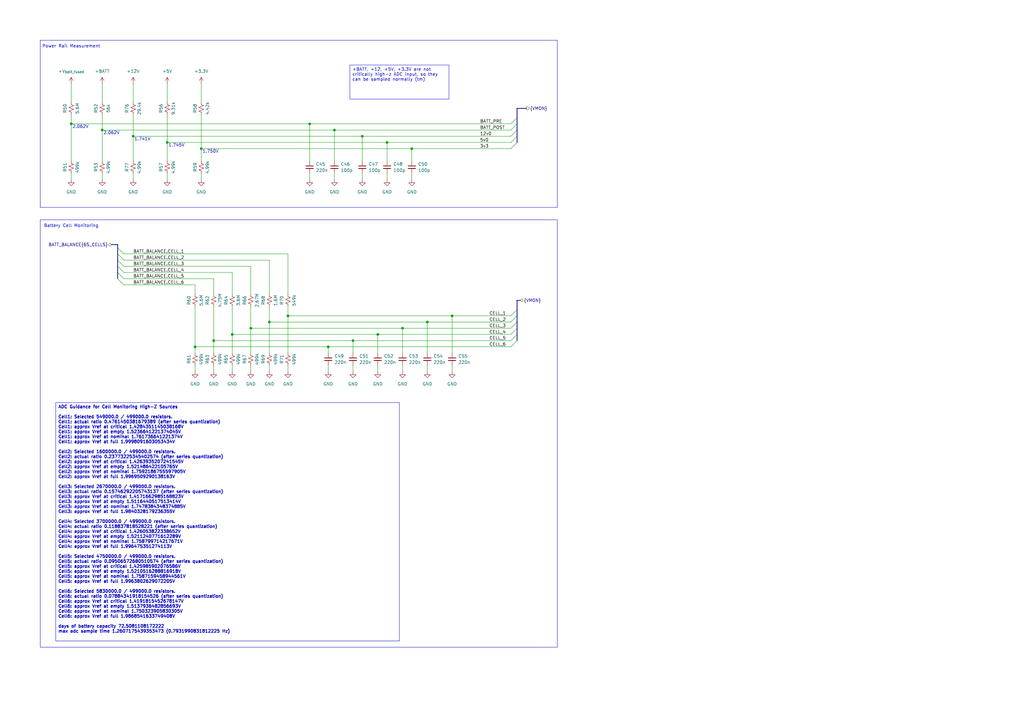
<source format=kicad_sch>
(kicad_sch (version 20231120) (generator "eeschema") (generator_version "8.0")
  (paper "A3")
  (title_block (title "Power Board") (date "2025-01-20") (rev "1.1") (company "SSL A-Team") (comment 1 "Will Stuckey"))
  (lib_symbols
    (symbol "AT-Supplies:+V_{BATT(FUSED)}" (power) (pin_names (offset 0)) (in_bom no) (on_board no)
      (property "Value" "+V_{BATT(FUSED)}" (at 0 5.08 0))
      (symbol "+V_{BATT(FUSED)}_0_1"
        (polyline (pts (xy -0.76 1.27) (xy 0.002 2.54)))
        (polyline (pts (xy 0.002 0) (xy 0.002 2.54)))
        (polyline (pts (xy 0.002 2.54) (xy 0.764 1.27)))
      )
      (symbol "+V_{BATT(FUSED)}_1_1"
        (pin power_in line (at 0 0 90) (length 0) hide (name "+V_{BATT(FUSED)}") (number "1"))
      )
    )
    (symbol "Device:C_Small" (pin_numbers hide) (pin_names (offset 0.254) hide)
      (property "Reference" "C" (at 0.254 1.778 0))
      (property "Value" "C_Small" (at 0.254 -2.032 0))
      (symbol "C_Small_0_1"
        (polyline (pts (xy -1.524 -0.508) (xy 1.524 -0.508)) (stroke (width 0.3302)))
        (polyline (pts (xy -1.524 0.508) (xy 1.524 0.508)) (stroke (width 0.3048)))
      )
      (symbol "C_Small_1_1"
        (pin passive line (at 0 2.54 270) (length 2.032) (name "~") (number "1"))
        (pin passive line (at 0 -2.54 90) (length 2.032) (name "~") (number "2"))
      )
    )
    (symbol "Device:R_Small_US" (pin_numbers hide) (pin_names (offset 0.254) hide)
      (property "Reference" "R" (at 0.762 0.508 0))
      (property "Value" "R_Small_US" (at 0.762 -1.016 0))
      (symbol "R_Small_US_1_1"
        (polyline (pts (xy 0 0) (xy 1.016 -0.381) (xy 0 -0.762) (xy -1.016 -1.143) (xy 0 -1.524)))
        (polyline (pts (xy 0 1.524) (xy 1.016 1.143) (xy 0 0.762) (xy -1.016 0.381) (xy 0 0)))
        (pin passive line (at 0 2.54 270) (length 1.016) (name "~") (number "1"))
        (pin passive line (at 0 -2.54 90) (length 1.016) (name "~") (number "2"))
      )
    )
    (symbol "power:+12V" (power) (pin_numbers hide) (pin_names (offset 0) hide)
      (property "Value" "+12V" (at 0 3.556 0))
      (symbol "+12V_0_1"
        (polyline (pts (xy -0.762 1.27) (xy 0 2.54)))
        (polyline (pts (xy 0 0) (xy 0 2.54)))
        (polyline (pts (xy 0 2.54) (xy 0.762 1.27)))
      )
      (symbol "+12V_1_1"
        (pin power_in line (at 0 0 90) (length 0) (name "~") (number "1"))
      )
    )
    (symbol "power:+3.3V" (power) (pin_numbers hide) (pin_names (offset 0) hide)
      (property "Value" "+3.3V" (at 0 3.556 0))
      (symbol "+3.3V_0_1"
        (polyline (pts (xy -0.762 1.27) (xy 0 2.54)))
        (polyline (pts (xy 0 0) (xy 0 2.54)))
        (polyline (pts (xy 0 2.54) (xy 0.762 1.27)))
      )
      (symbol "+3.3V_1_1"
        (pin power_in line (at 0 0 90) (length 0) (name "~") (number "1"))
      )
    )
    (symbol "power:+5V" (power) (pin_numbers hide) (pin_names (offset 0) hide)
      (property "Value" "+5V" (at 0 3.556 0))
      (symbol "+5V_0_1"
        (polyline (pts (xy -0.762 1.27) (xy 0 2.54)))
        (polyline (pts (xy 0 0) (xy 0 2.54)))
        (polyline (pts (xy 0 2.54) (xy 0.762 1.27)))
      )
      (symbol "+5V_1_1"
        (pin power_in line (at 0 0 90) (length 0) (name "~") (number "1"))
      )
    )
    (symbol "power:+BATT" (power) (pin_numbers hide) (pin_names (offset 0) hide)
      (property "Value" "+BATT" (at 0 3.556 0))
      (symbol "+BATT_0_1"
        (polyline (pts (xy -0.762 1.27) (xy 0 2.54)))
        (polyline (pts (xy 0 0) (xy 0 2.54)))
        (polyline (pts (xy 0 2.54) (xy 0.762 1.27)))
      )
      (symbol "+BATT_1_1"
        (pin power_in line (at 0 0 90) (length 0) (name "~") (number "1"))
      )
    )
    (symbol "power:GND" (power) (pin_names (offset 0))
      (property "Value" "GND" (at 0 -3.81 0))
      (symbol "GND_0_1"
        (polyline (pts (xy 0 0) (xy 0 -1.27) (xy 1.27 -1.27) (xy 0 -2.54) (xy -1.27 -1.27) (xy 0 -1.27)))
      )
      (symbol "GND_1_1"
        (pin power_in line (at 0 0 270) (length 0) hide (name "GND") (number "1"))
      )
    )
  )
  (junction (at 168.91 60.96))
  (junction (at 175.26 132.08))
  (junction (at 102.87 134.62))
  (junction (at 158.75 58.42))
  (junction (at 148.59 55.88))
  (junction (at 154.94 137.16))
  (junction (at 82.55 60.96))
  (junction (at 54.61 55.88))
  (junction (at 165.1 134.62))
  (junction (at 87.63 139.7))
  (junction (at 137.16 53.34))
  (junction (at 127 50.8))
  (junction (at 41.91 53.34))
  (junction (at 118.11 129.54))
  (junction (at 144.78 139.7))
  (junction (at 68.58 58.42))
  (junction (at 29.21 50.8))
  (junction (at 95.25 137.16))
  (junction (at 185.42 129.54))
  (junction (at 80.01 142.24))
  (junction (at 134.62 142.24))
  (junction (at 110.49 132.08))
  (bus_entry (at 48.26 114.3) (size 2.54 2.54))
  (bus_entry (at 48.26 104.14) (size 2.54 2.54))
  (bus_entry (at 48.26 101.6) (size 2.54 2.54))
  (bus_entry (at 212.09 53.34) (size -2.54 2.54))
  (bus_entry (at 212.09 137.16) (size -2.54 2.54))
  (bus_entry (at 212.09 134.62) (size -2.54 2.54))
  (bus_entry (at 212.09 129.54) (size -2.54 2.54))
  (bus_entry (at 48.26 111.76) (size 2.54 2.54))
  (bus_entry (at 48.26 106.68) (size 2.54 2.54))
  (bus_entry (at 212.09 50.8) (size -2.54 2.54))
  (bus_entry (at 212.09 127) (size -2.54 2.54))
  (bus_entry (at 212.09 55.88) (size -2.54 2.54))
  (bus_entry (at 212.09 132.08) (size -2.54 2.54))
  (bus_entry (at 48.26 109.22) (size 2.54 2.54))
  (bus_entry (at 212.09 139.7) (size -2.54 2.54))
  (bus_entry (at 212.09 48.26) (size -2.54 2.54))
  (bus_entry (at 212.09 58.42) (size -2.54 2.54))
  (wire (pts (xy 134.62 149.86) (xy 134.62 152.4)))
  (wire (pts (xy 102.87 134.62) (xy 165.1 134.62)))
  (bus (pts (xy 212.09 129.54) (xy 212.09 132.08)))
  (wire (pts (xy 154.94 137.16) (xy 154.94 144.78)))
  (wire (pts (xy 168.91 60.96) (xy 168.91 66.04)))
  (bus (pts (xy 212.09 137.16) (xy 212.09 139.7)))
  (wire (pts (xy 165.1 134.62) (xy 165.1 144.78)))
  (wire (pts (xy 137.16 53.34) (xy 137.16 66.04)))
  (bus (pts (xy 212.09 134.62) (xy 212.09 137.16)))
  (wire (pts (xy 80.01 142.24) (xy 80.01 144.78)))
  (wire (pts (xy 29.21 50.8) (xy 29.21 66.04)))
  (wire (pts (xy 127 50.8) (xy 127 66.04)))
  (bus (pts (xy 212.09 44.45) (xy 212.09 48.26)))
  (wire (pts (xy 87.63 139.7) (xy 87.63 144.78)))
  (wire (pts (xy 87.63 114.3) (xy 87.63 120.65)))
  (wire (pts (xy 41.91 53.34) (xy 137.16 53.34)))
  (wire (pts (xy 185.42 129.54) (xy 185.42 144.78)))
  (wire (pts (xy 80.01 149.86) (xy 80.01 152.4)))
  (wire (pts (xy 29.21 71.12) (xy 29.21 73.66)))
  (wire (pts (xy 80.01 142.24) (xy 134.62 142.24)))
  (wire (pts (xy 54.61 46.99) (xy 54.61 55.88)))
  (wire (pts (xy 80.01 125.73) (xy 80.01 142.24)))
  (wire (pts (xy 185.42 149.86) (xy 185.42 152.4)))
  (wire (pts (xy 102.87 134.62) (xy 102.87 144.78)))
  (wire (pts (xy 154.94 149.86) (xy 154.94 152.4)))
  (bus (pts (xy 48.26 111.76) (xy 48.26 114.3)))
  (wire (pts (xy 41.91 71.12) (xy 41.91 73.66)))
  (bus (pts (xy 48.26 101.6) (xy 48.26 104.14)))
  (wire (pts (xy 41.91 46.99) (xy 41.91 53.34)))
  (bus (pts (xy 212.09 50.8) (xy 212.09 53.34)))
  (bus (pts (xy 212.09 53.34) (xy 212.09 55.88)))
  (bus (pts (xy 45.72 100.33) (xy 48.26 100.33)))
  (wire (pts (xy 168.91 60.96) (xy 209.55 60.96)))
  (wire (pts (xy 102.87 125.73) (xy 102.87 134.62)))
  (wire (pts (xy 95.25 149.86) (xy 95.25 152.4)))
  (wire (pts (xy 137.16 71.12) (xy 137.16 73.66)))
  (wire (pts (xy 95.25 125.73) (xy 95.25 137.16)))
  (wire (pts (xy 54.61 55.88) (xy 54.61 66.04)))
  (wire (pts (xy 165.1 149.86) (xy 165.1 152.4)))
  (wire (pts (xy 144.78 139.7) (xy 209.55 139.7)))
  (wire (pts (xy 148.59 71.12) (xy 148.59 73.66)))
  (wire (pts (xy 50.8 116.84) (xy 80.01 116.84)))
  (wire (pts (xy 68.58 71.12) (xy 68.58 73.66)))
  (bus (pts (xy 48.26 104.14) (xy 48.26 106.68)))
  (wire (pts (xy 185.42 129.54) (xy 209.55 129.54)))
  (wire (pts (xy 127 71.12) (xy 127 73.66)))
  (wire (pts (xy 82.55 71.12) (xy 82.55 73.66)))
  (wire (pts (xy 29.21 50.8) (xy 127 50.8)))
  (wire (pts (xy 102.87 149.86) (xy 102.87 152.4)))
  (bus (pts (xy 212.09 48.26) (xy 212.09 50.8)))
  (wire (pts (xy 82.55 60.96) (xy 82.55 66.04)))
  (wire (pts (xy 95.25 137.16) (xy 95.25 144.78)))
  (wire (pts (xy 148.59 55.88) (xy 148.59 66.04)))
  (wire (pts (xy 54.61 55.88) (xy 148.59 55.88)))
  (wire (pts (xy 102.87 109.22) (xy 102.87 120.65)))
  (wire (pts (xy 82.55 34.29) (xy 82.55 41.91)))
  (wire (pts (xy 144.78 139.7) (xy 144.78 144.78)))
  (wire (pts (xy 144.78 149.86) (xy 144.78 152.4)))
  (wire (pts (xy 50.8 111.76) (xy 95.25 111.76)))
  (wire (pts (xy 148.59 55.88) (xy 209.55 55.88)))
  (wire (pts (xy 118.11 104.14) (xy 118.11 120.65)))
  (wire (pts (xy 154.94 137.16) (xy 209.55 137.16)))
  (wire (pts (xy 82.55 46.99) (xy 82.55 60.96)))
  (bus (pts (xy 48.26 106.68) (xy 48.26 109.22)))
  (bus (pts (xy 212.09 55.88) (xy 212.09 58.42)))
  (wire (pts (xy 95.25 137.16) (xy 154.94 137.16)))
  (wire (pts (xy 110.49 106.68) (xy 110.49 120.65)))
  (wire (pts (xy 175.26 132.08) (xy 209.55 132.08)))
  (wire (pts (xy 50.8 114.3) (xy 87.63 114.3)))
  (wire (pts (xy 54.61 34.29) (xy 54.61 41.91)))
  (wire (pts (xy 80.01 116.84) (xy 80.01 120.65)))
  (bus (pts (xy 212.09 123.19) (xy 212.09 127)))
  (wire (pts (xy 127 50.8) (xy 209.55 50.8)))
  (wire (pts (xy 175.26 132.08) (xy 175.26 144.78)))
  (wire (pts (xy 118.11 129.54) (xy 118.11 144.78)))
  (wire (pts (xy 118.11 129.54) (xy 185.42 129.54)))
  (wire (pts (xy 110.49 125.73) (xy 110.49 132.08)))
  (bus (pts (xy 213.36 123.19) (xy 212.09 123.19)))
  (bus (pts (xy 48.26 109.22) (xy 48.26 111.76)))
  (bus (pts (xy 48.26 100.33) (xy 48.26 101.6)))
  (wire (pts (xy 118.11 149.86) (xy 118.11 152.4)))
  (wire (pts (xy 158.75 71.12) (xy 158.75 73.66)))
  (wire (pts (xy 41.91 53.34) (xy 41.91 66.04)))
  (wire (pts (xy 110.49 132.08) (xy 110.49 144.78)))
  (wire (pts (xy 29.21 34.29) (xy 29.21 41.91)))
  (wire (pts (xy 50.8 109.22) (xy 102.87 109.22)))
  (wire (pts (xy 158.75 58.42) (xy 209.55 58.42)))
  (wire (pts (xy 95.25 111.76) (xy 95.25 120.65)))
  (bus (pts (xy 212.09 127) (xy 212.09 129.54)))
  (wire (pts (xy 87.63 125.73) (xy 87.63 139.7)))
  (wire (pts (xy 68.58 58.42) (xy 158.75 58.42)))
  (wire (pts (xy 87.63 139.7) (xy 144.78 139.7)))
  (wire (pts (xy 165.1 134.62) (xy 209.55 134.62)))
  (wire (pts (xy 110.49 149.86) (xy 110.49 152.4)))
  (bus (pts (xy 212.09 132.08) (xy 212.09 134.62)))
  (wire (pts (xy 54.61 71.12) (xy 54.61 73.66)))
  (wire (pts (xy 68.58 58.42) (xy 68.58 66.04)))
  (wire (pts (xy 68.58 46.99) (xy 68.58 58.42)))
  (wire (pts (xy 50.8 106.68) (xy 110.49 106.68)))
  (wire (pts (xy 50.8 104.14) (xy 118.11 104.14)))
  (wire (pts (xy 118.11 125.73) (xy 118.11 129.54)))
  (wire (pts (xy 41.91 34.29) (xy 41.91 41.91)))
  (wire (pts (xy 158.75 58.42) (xy 158.75 66.04)))
  (wire (pts (xy 168.91 71.12) (xy 168.91 73.66)))
  (wire (pts (xy 68.58 34.29) (xy 68.58 41.91)))
  (wire (pts (xy 29.21 46.99) (xy 29.21 50.8)))
  (wire (pts (xy 137.16 53.34) (xy 209.55 53.34)))
  (wire (pts (xy 110.49 132.08) (xy 175.26 132.08)))
  (bus (pts (xy 215.9 44.45) (xy 212.09 44.45)))
  (wire (pts (xy 134.62 142.24) (xy 209.55 142.24)))
  (wire (pts (xy 175.26 149.86) (xy 175.26 152.4)))
  (wire (pts (xy 87.63 149.86) (xy 87.63 152.4)))
  (wire (pts (xy 134.62 142.24) (xy 134.62 144.78)))
  (wire (pts (xy 82.55 60.96) (xy 168.91 60.96)))
  (rectangle (start 16.51 16.51) (end 228.6 85.09))
  (rectangle (start 16.51 90.17) (end 228.6 265.43))
  (text_box "+BATT, +12, +5V, +3.3V are not critically high-z ADC input, so they can be sampled normally (tm)" (at 143.51 26.67 0) (size 40.64 13.97) (effects (font (size 1.27 1.27)) (justify left top)))
  (text_box "ADC Guidance for Cell Monitoring High-Z Sources\n\nCell1: Selected 549000.0 / 499000.0 resistors.\nCell1: actual ratio 0.4761450381679389 (after series quantization)\nCell1: approx Vref at critical 1.4284351145038168V\nCell1: approx Vref at empty 1.5236641221374045V\nCell1: approx Vref at nominal 1.761736641221374V\nCell1: approx Vref at full 1.9998091603053434V\n\nCell2: Selected 1600000.0 / 499000.0 resistors.\nCell2: actual ratio 0.23773225345402574 (after series quantization)\nCell2: approx Vref at critical 1.4263935207241545V\nCell2: approx Vref at empty 1.521486422105765V\nCell2: approx Vref at nominal 1.7592186755597905V\nCell2: approx Vref at full 1.9969509290138163V\n\nCell3: Selected 2670000.0 / 499000.0 resistors.\nCell3: actual ratio 0.15746292205743137 (after series quantization)\nCell3: approx Vref at critical 1.4171662985168823V\nCell3: approx Vref at empty 1.5116440517513414V\nCell3: approx Vref at nominal 1.7478384348374885V\nCell3: approx Vref at full 1.9840328179236355V\n\nCell4: Selected 3700000.0 / 499000.0 resistors.\nCell4: actual ratio 0.118837818528221 (after series quantization)\nCell4: approx Vref at critical 1.426053822338652V\nCell4: approx Vref at empty 1.5211240771612289V\nCell4: approx Vref at nominal 1.758799714217671V\nCell4: approx Vref at full 1.996475351274113V\n\nCell5: Selected 4750000.0 / 499000.0 resistors.\nCell5: actual ratio 0.09506572680510574 (after series quantization)\nCell5: approx Vref at critical 1.425985902076586V\nCell5: approx Vref at empty 1.5210516288816918V\nCell5: approx Vref at nominal 1.7587159458944561V\nCell5: approx Vref at full 1.9963802629072205V\n\nCell6: Selected 5830000.0 / 499000.0 resistors.\nCell6: actual ratio 0.07884341918154526 (after series quantization)\nCell6: approx Vref at critical 1.4191815452678147V\nCell6: approx Vref at empty 1.5137936482856693V\nCell6: approx Vref at nominal 1.750323905830305V\nCell6: approx Vref at full 1.9868541633749408V\n\ndays of battery capacity 72.5081108172222\nmax adc sample time 1.2607175439353473 (0.7931990831812225 Hz)" (at 22.86 165.1 0) (size 140.97 97.79) (effects (font (size 1.27 1.27) (thickness 0.254) (bold yes)) (justify left top)))
  (text "1.745V" (at 72.39 59.69 0) (effects (font (size 1.27 1.27))))
  (text "2.062V" (at 45.72 54.61 0) (effects (font (size 1.27 1.27))))
  (text "Power Rail Measurement" (at 29.21 19.05 0) (effects (font (size 1.27 1.27))))
  (text "2.062V" (at 33.02 52.07 0) (effects (font (size 1.27 1.27))))
  (text "Battery Cell Monitoring" (at 29.21 92.71 0) (effects (font (size 1.27 1.27))))
  (text "1.741V" (at 58.42 57.15 0) (effects (font (size 1.27 1.27))))
  (text "1.750V" (at 86.36 62.23 0) (effects (font (size 1.27 1.27))))
  (label "CELL_6" (at 200.66 142.24 0))
  (label "BATT_BALANCE.CELL_6" (at 54.61 116.84 0))
  (label "BATT_POST" (at 196.85 53.34 0))
  (label "BATT_BALANCE.CELL_2" (at 54.61 106.68 0))
  (label "BATT_BALANCE.CELL_1" (at 54.61 104.14 0))
  (label "BATT_BALANCE.CELL_4" (at 54.61 111.76 0))
  (label "BATT_BALANCE.CELL_5" (at 54.61 114.3 0))
  (label "3v3" (at 196.85 60.96 0))
  (label "CELL_5" (at 200.66 139.7 0))
  (label "12v0" (at 196.85 55.88 0))
  (label "CELL_4" (at 200.66 137.16 0))
  (label "CELL_1" (at 200.66 129.54 0))
  (label "5v0" (at 196.85 58.42 0))
  (label "BATT_BALANCE.CELL_3" (at 54.61 109.22 0))
  (label "CELL_3" (at 200.66 134.62 0))
  (label "BATT_PRE" (at 196.85 50.8 0))
  (label "CELL_2" (at 200.66 132.08 0))
  (hierarchical_label "{VMON}" (shape bidirectional) (at 213.36 123.19 0))
  (hierarchical_label "BATT_BALANCE{6S_CELLS}" (shape bidirectional) (at 45.72 100.33 180))
  (hierarchical_label "{VMON}" (shape output) (at 215.9 44.45 0))
  (symbol (lib_id "power:GND") (at 154.94 152.4 0) (unit 1)
    (property "Reference" "#PWR0134" (effects (hide yes)))
    (property "Value" "GND" (at 154.94 157.48 0))
  )
  (symbol (lib_id "Device:R_Small_US") (at 29.21 44.45 0) (unit 1)
    (property "Reference" "R50" (at 26.67 44.45 90))
    (property "Value" "5.6M" (at 31.75 44.45 90))
    (property "Footprint" "Resistor_SMD:R_0402_1005Metric" (effects (hide yes)))
    (property "LCSC" "C966764" (effects (hide yes)))
  )
  (symbol (lib_id "Device:C_Small") (at 134.62 147.32 0) (unit 1)
    (property "Reference" "C49" (at 137.16 146.0562 0) (effects (justify left)))
    (property "Value" "220n" (at 137.16 148.5962 0) (effects (justify left)))
    (property "Footprint" "Capacitor_SMD:C_0402_1005Metric" (effects (hide yes)))
    (property "LCSC" "C16772" (effects (hide yes)))
  )
  (symbol (lib_id "AT-Supplies:+V_{BATT(FUSED)}") (at 29.21 34.29 0) (unit 1) (in_bom no) (on_board no)
    (property "Reference" "#PWR0111" (effects (hide yes)))
    (property "Value" "+V_{batt_fused}" (at 29.212 29.21 0))
  )
  (symbol (lib_id "power:GND") (at 134.62 152.4 0) (unit 1)
    (property "Reference" "#PWR0131" (effects (hide yes)))
    (property "Value" "GND" (at 134.62 157.48 0))
  )
  (symbol (lib_id "power:GND") (at 137.16 73.66 0) (unit 1)
    (property "Reference" "#PWR0126" (effects (hide yes)))
    (property "Value" "GND" (at 137.16 78.74 0))
  )
  (symbol (lib_id "Device:C_Small") (at 165.1 147.32 0) (unit 1)
    (property "Reference" "C53" (at 167.64 146.0562 0) (effects (justify left)))
    (property "Value" "220n" (at 167.64 148.5962 0) (effects (justify left)))
    (property "Footprint" "Capacitor_SMD:C_0402_1005Metric" (effects (hide yes)))
    (property "LCSC" "C16772" (effects (hide yes)))
  )
  (symbol (lib_id "Device:R_Small_US") (at 80.01 123.19 0) (unit 1)
    (property "Reference" "R60" (at 77.47 123.19 90))
    (property "Value" "5.6M" (at 82.55 123.19 90))
    (property "Footprint" "Resistor_SMD:R_0402_1005Metric" (effects (hide yes)))
    (property "LCSC" "C966764" (effects (hide yes)))
  )
  (symbol (lib_id "power:GND") (at 95.25 152.4 0) (unit 1)
    (property "Reference" "#PWR0123" (effects (hide yes)))
    (property "Value" "GND" (at 95.25 157.48 0))
  )
  (symbol (lib_id "power:GND") (at 102.87 152.4 0) (unit 1)
    (property "Reference" "#PWR0125" (effects (hide yes)))
    (property "Value" "GND" (at 102.87 157.48 0))
  )
  (symbol (lib_id "power:GND") (at 68.58 73.66 0) (unit 1)
    (property "Reference" "#PWR0118" (effects (hide yes)))
    (property "Value" "GND" (at 68.58 78.74 0))
  )
  (symbol (lib_id "Device:C_Small") (at 148.59 68.58 0) (unit 1)
    (property "Reference" "C47" (at 151.13 67.3162 0) (effects (justify left)))
    (property "Value" "100p" (at 151.13 69.8562 0) (effects (justify left)))
    (property "Footprint" "Capacitor_SMD:C_0402_1005Metric" (effects (hide yes)))
    (property "LCSC" "C26409" (effects (hide yes)))
  )
  (symbol (lib_id "power:GND") (at 80.01 152.4 0) (unit 1)
    (property "Reference" "#PWR0121" (effects (hide yes)))
    (property "Value" "GND" (at 80.01 157.48 0))
  )
  (symbol (lib_id "power:GND") (at 158.75 73.66 0) (unit 1)
    (property "Reference" "#PWR0130" (effects (hide yes)))
    (property "Value" "GND" (at 158.75 78.74 0))
  )
  (symbol (lib_id "Device:R_Small_US") (at 87.63 147.32 0) (unit 1)
    (property "Reference" "R63" (at 85.09 147.32 90))
    (property "Value" "499k" (at 90.17 147.32 90))
    (property "Footprint" "Resistor_SMD:R_0402_1005Metric" (effects (hide yes)))
    (property "LCSC" "C25793" (effects (hide yes)))
  )
  (symbol (lib_id "Device:R_Small_US") (at 68.58 68.58 0) (unit 1)
    (property "Reference" "R57" (at 66.04 68.58 90))
    (property "Value" "4.99k" (at 71.12 68.58 90))
    (property "Footprint" "Resistor_SMD:R_0402_1005Metric" (effects (hide yes)))
    (property "LCSC" "C25903" (effects (hide yes)))
  )
  (symbol (lib_id "Device:R_Small_US") (at 102.87 123.19 0) (unit 1)
    (property "Reference" "R66" (at 100.33 123.19 90))
    (property "Value" "2.67M" (at 105.41 123.19 90))
    (property "Footprint" "Resistor_SMD:R_0402_1005Metric" (effects (hide yes)))
    (property "LCSC" "C477658" (effects (hide yes)))
  )
  (symbol (lib_id "Device:R_Small_US") (at 54.61 44.45 0) (unit 1)
    (property "Reference" "R76" (at 52.07 44.45 90))
    (property "Value" "29.4k" (at 57.15 44.45 90))
    (property "Footprint" "Resistor_SMD:R_0402_1005Metric" (effects (hide yes)))
    (property "LCSC" "C26973" (effects (hide yes)))
  )
  (symbol (lib_id "Device:R_Small_US") (at 54.61 68.58 0) (unit 1)
    (property "Reference" "R77" (at 52.07 68.58 90))
    (property "Value" "4.99k" (at 57.15 68.58 90))
    (property "Footprint" "Resistor_SMD:R_0402_1005Metric" (effects (hide yes)))
    (property "LCSC" "C25903" (effects (hide yes)))
  )
  (symbol (lib_id "power:GND") (at 110.49 152.4 0) (unit 1)
    (property "Reference" "#PWR0127" (effects (hide yes)))
    (property "Value" "GND" (at 110.49 157.48 0))
  )
  (symbol (lib_id "Device:R_Small_US") (at 29.21 68.58 0) (unit 1)
    (property "Reference" "R51" (at 26.67 68.58 90))
    (property "Value" "499k" (at 31.75 68.58 90))
    (property "Footprint" "Resistor_SMD:R_0402_1005Metric" (effects (hide yes)))
    (property "LCSC" "C25793" (effects (hide yes)))
  )
  (symbol (lib_id "power:GND") (at 175.26 152.4 0) (unit 1)
    (property "Reference" "#PWR0136" (effects (hide yes)))
    (property "Value" "GND" (at 175.26 157.48 0))
  )
  (symbol (lib_id "Device:R_Small_US") (at 68.58 44.45 0) (unit 1)
    (property "Reference" "R56" (at 66.04 44.45 90))
    (property "Value" "9.31k" (at 71.12 44.45 90))
    (property "Footprint" "Resistor_SMD:R_0402_1005Metric" (effects (hide yes)))
    (property "LCSC" "C270572" (effects (hide yes)))
  )
  (symbol (lib_id "power:GND") (at 168.91 73.66 0) (unit 1)
    (property "Reference" "#PWR0132" (effects (hide yes)))
    (property "Value" "GND" (at 168.91 78.74 0))
  )
  (symbol (lib_id "Device:R_Small_US") (at 118.11 147.32 0) (unit 1)
    (property "Reference" "R71" (at 115.57 147.32 90))
    (property "Value" "499k" (at 120.65 147.32 90))
    (property "Footprint" "Resistor_SMD:R_0402_1005Metric" (effects (hide yes)))
    (property "LCSC" "C25793" (effects (hide yes)))
  )
  (symbol (lib_id "power:GND") (at 87.63 152.4 0) (unit 1)
    (property "Reference" "#PWR0122" (effects (hide yes)))
    (property "Value" "GND" (at 87.63 157.48 0))
  )
  (symbol (lib_id "Device:C_Small") (at 154.94 147.32 0) (unit 1)
    (property "Reference" "C52" (at 157.48 146.0562 0) (effects (justify left)))
    (property "Value" "220n" (at 157.48 148.5962 0) (effects (justify left)))
    (property "Footprint" "Capacitor_SMD:C_0402_1005Metric" (effects (hide yes)))
    (property "LCSC" "C16772" (effects (hide yes)))
  )
  (symbol (lib_id "Device:C_Small") (at 185.42 147.32 0) (unit 1)
    (property "Reference" "C55" (at 187.96 146.0562 0) (effects (justify left)))
    (property "Value" "220n" (at 187.96 148.5962 0) (effects (justify left)))
    (property "Footprint" "Capacitor_SMD:C_0402_1005Metric" (effects (hide yes)))
    (property "LCSC" "C16772" (effects (hide yes)))
  )
  (symbol (lib_id "power:GND") (at 127 73.66 0) (unit 1)
    (property "Reference" "#PWR0124" (effects (hide yes)))
    (property "Value" "GND" (at 127 78.74 0))
  )
  (symbol (lib_id "Device:R_Small_US") (at 110.49 147.32 0) (unit 1)
    (property "Reference" "R69" (at 107.95 147.32 90))
    (property "Value" "499k" (at 113.03 147.32 90))
    (property "Footprint" "Resistor_SMD:R_0402_1005Metric" (effects (hide yes)))
    (property "LCSC" "C25793" (effects (hide yes)))
  )
  (symbol (lib_id "Device:R_Small_US") (at 82.55 68.58 0) (unit 1)
    (property "Reference" "R59" (at 80.01 68.58 90))
    (property "Value" "4.99k" (at 85.09 68.58 90))
    (property "Footprint" "Resistor_SMD:R_0402_1005Metric" (effects (hide yes)))
    (property "LCSC" "C25903" (effects (hide yes)))
  )
  (symbol (lib_id "Device:R_Small_US") (at 118.11 123.19 0) (unit 1)
    (property "Reference" "R70" (at 115.57 123.19 90))
    (property "Value" "549k" (at 120.65 123.19 90))
    (property "Footprint" "Resistor_SMD:R_0402_1005Metric" (effects (hide yes)))
    (property "LCSC" "C25795" (effects (hide yes)))
  )
  (symbol (lib_id "Device:R_Small_US") (at 102.87 147.32 0) (unit 1)
    (property "Reference" "R67" (at 100.33 147.32 90))
    (property "Value" "499k" (at 105.41 147.32 90))
    (property "Footprint" "Resistor_SMD:R_0402_1005Metric" (effects (hide yes)))
    (property "LCSC" "C25793" (effects (hide yes)))
  )
  (symbol (lib_id "power:+3.3V") (at 82.55 34.29 0) (unit 1)
    (property "Reference" "#PWR0119" (effects (hide yes)))
    (property "Value" "+3.3V" (at 82.55 29.21 0))
    (property "Description" "Power symbol creates a global label with name \"+3.3V\"" (effects (hide yes)))
  )
  (symbol (lib_id "power:GND") (at 82.55 73.66 0) (unit 1)
    (property "Reference" "#PWR0120" (effects (hide yes)))
    (property "Value" "GND" (at 82.55 78.74 0))
  )
  (symbol (lib_id "Device:R_Small_US") (at 41.91 68.58 0) (unit 1)
    (property "Reference" "R53" (at 39.37 68.58 90))
    (property "Value" "4.99k" (at 44.45 68.58 90))
    (property "Footprint" "Resistor_SMD:R_0402_1005Metric" (effects (hide yes)))
    (property "LCSC" "C25903" (effects (hide yes)))
  )
  (symbol (lib_id "Device:R_Small_US") (at 80.01 147.32 0) (unit 1)
    (property "Reference" "R61" (at 77.47 147.32 90))
    (property "Value" "499k" (at 82.55 147.32 90))
    (property "Footprint" "Resistor_SMD:R_0402_1005Metric" (effects (hide yes)))
    (property "LCSC" "C25793" (effects (hide yes)))
  )
  (symbol (lib_id "Device:R_Small_US") (at 95.25 147.32 0) (unit 1)
    (property "Reference" "R65" (at 92.71 147.32 90))
    (property "Value" "499k" (at 97.79 147.32 90))
    (property "Footprint" "Resistor_SMD:R_0402_1005Metric" (effects (hide yes)))
    (property "LCSC" "C25793" (effects (hide yes)))
  )
  (symbol (lib_id "power:GND") (at 118.11 152.4 0) (unit 1)
    (property "Reference" "#PWR0129" (effects (hide yes)))
    (property "Value" "GND" (at 118.11 157.48 0))
  )
  (symbol (lib_id "power:+5V") (at 68.58 34.29 0) (unit 1)
    (property "Reference" "#PWR0117" (effects (hide yes)))
    (property "Value" "+5V" (at 68.58 29.21 0))
    (property "Description" "Power symbol creates a global label with name \"+5V\"" (effects (hide yes)))
  )
  (symbol (lib_id "Device:R_Small_US") (at 95.25 123.19 0) (unit 1)
    (property "Reference" "R64" (at 92.71 123.19 90))
    (property "Value" "3.6M" (at 97.79 123.19 90))
    (property "Footprint" "Resistor_SMD:R_0402_1005Metric" (effects (hide yes)))
    (property "LCSC" "C131575" (effects (hide yes)))
  )
  (symbol (lib_id "Device:R_Small_US") (at 82.55 44.45 0) (unit 1)
    (property "Reference" "R58" (at 80.01 44.45 90))
    (property "Value" "4.42k" (at 85.09 44.45 90))
    (property "Footprint" "Resistor_SMD:R_0402_1005Metric" (effects (hide yes)))
    (property "LCSC" "C52269" (effects (hide yes)))
  )
  (symbol (lib_id "power:+12V") (at 54.61 34.29 0) (unit 1)
    (property "Reference" "#PWR0103" (effects (hide yes)))
    (property "Value" "+12V" (at 54.61 29.21 0))
    (property "Description" "Power symbol creates a global label with name \"+12V\"" (effects (hide yes)))
  )
  (symbol (lib_id "power:GND") (at 144.78 152.4 0) (unit 1)
    (property "Reference" "#PWR0133" (effects (hide yes)))
    (property "Value" "GND" (at 144.78 157.48 0))
  )
  (symbol (lib_id "Device:C_Small") (at 144.78 147.32 0) (unit 1)
    (property "Reference" "C51" (at 147.32 146.0562 0) (effects (justify left)))
    (property "Value" "220n" (at 147.32 148.5962 0) (effects (justify left)))
    (property "Footprint" "Capacitor_SMD:C_0402_1005Metric" (effects (hide yes)))
    (property "LCSC" "C16772" (effects (hide yes)))
  )
  (symbol (lib_id "Device:R_Small_US") (at 87.63 123.19 0) (unit 1)
    (property "Reference" "R62" (at 85.09 123.19 90))
    (property "Value" "4.75M" (at 90.17 123.19 90))
    (property "Footprint" "Resistor_SMD:R_0402_1005Metric" (effects (hide yes)))
    (property "LCSC" "C270598" (effects (hide yes)))
  )
  (symbol (lib_id "Device:C_Small") (at 168.91 68.58 0) (unit 1)
    (property "Reference" "C50" (at 171.45 67.3162 0) (effects (justify left)))
    (property "Value" "100p" (at 171.45 69.8562 0) (effects (justify left)))
    (property "Footprint" "Capacitor_SMD:C_0402_1005Metric" (effects (hide yes)))
    (property "LCSC" "C26409" (effects (hide yes)))
  )
  (symbol (lib_id "power:GND") (at 41.91 73.66 0) (unit 1)
    (property "Reference" "#PWR0114" (effects (hide yes)))
    (property "Value" "GND" (at 41.91 78.74 0))
  )
  (symbol (lib_id "Device:C_Small") (at 137.16 68.58 0) (unit 1)
    (property "Reference" "C46" (at 139.7 67.3162 0) (effects (justify left)))
    (property "Value" "100p" (at 139.7 69.8562 0) (effects (justify left)))
    (property "Footprint" "Capacitor_SMD:C_0402_1005Metric" (effects (hide yes)))
    (property "LCSC" "C26409" (effects (hide yes)))
  )
  (symbol (lib_id "power:GND") (at 148.59 73.66 0) (unit 1)
    (property "Reference" "#PWR0116" (effects (hide yes)))
    (property "Value" "GND" (at 148.59 78.74 0))
  )
  (symbol (lib_id "power:GND") (at 29.21 73.66 0) (unit 1)
    (property "Reference" "#PWR0112" (effects (hide yes)))
    (property "Value" "GND" (at 29.21 78.74 0))
  )
  (symbol (lib_id "power:GND") (at 54.61 73.66 0) (unit 1)
    (property "Reference" "#PWR0115" (effects (hide yes)))
    (property "Value" "GND" (at 54.61 78.74 0))
  )
  (symbol (lib_id "power:GND") (at 165.1 152.4 0) (unit 1)
    (property "Reference" "#PWR0135" (effects (hide yes)))
    (property "Value" "GND" (at 165.1 157.48 0))
  )
  (symbol (lib_id "Device:C_Small") (at 127 68.58 0) (unit 1)
    (property "Reference" "C45" (at 129.54 67.3162 0) (effects (justify left)))
    (property "Value" "220n" (at 129.54 69.8562 0) (effects (justify left)))
    (property "Footprint" "Capacitor_SMD:C_0402_1005Metric" (effects (hide yes)))
    (property "LCSC" "C16772" (effects (hide yes)))
  )
  (symbol (lib_id "Device:C_Small") (at 158.75 68.58 0) (unit 1)
    (property "Reference" "C48" (at 161.29 67.3162 0) (effects (justify left)))
    (property "Value" "100p" (at 161.29 69.8562 0) (effects (justify left)))
    (property "Footprint" "Capacitor_SMD:C_0402_1005Metric" (effects (hide yes)))
    (property "LCSC" "C26409" (effects (hide yes)))
  )
  (symbol (lib_id "power:+BATT") (at 41.91 34.29 0) (unit 1)
    (property "Reference" "#PWR0113" (effects (hide yes)))
    (property "Value" "+BATT" (at 41.91 29.21 0))
    (property "Description" "Power symbol creates a global label with name \"+BATT\"" (effects (hide yes)))
  )
  (symbol (lib_id "Device:C_Small") (at 175.26 147.32 0) (unit 1)
    (property "Reference" "C54" (at 177.8 146.0562 0) (effects (justify left)))
    (property "Value" "220n" (at 177.8 148.5962 0) (effects (justify left)))
    (property "Footprint" "Capacitor_SMD:C_0402_1005Metric" (effects (hide yes)))
    (property "LCSC" "C16772" (effects (hide yes)))
  )
  (symbol (lib_id "Device:R_Small_US") (at 110.49 123.19 0) (unit 1)
    (property "Reference" "R68" (at 107.95 123.19 90))
    (property "Value" "1.6M" (at 113.03 123.19 90))
    (property "Footprint" "Resistor_SMD:R_0402_1005Metric" (effects (hide yes)))
    (property "LCSC" "C57065" (effects (hide yes)))
  )
  (symbol (lib_id "Device:R_Small_US") (at 41.91 44.45 0) (unit 1)
    (property "Reference" "R52" (at 39.37 44.45 90))
    (property "Value" "56k" (at 44.45 44.45 90))
    (property "Footprint" "Resistor_SMD:R_0402_1005Metric" (effects (hide yes)))
    (property "LCSC" "C25796" (effects (hide yes)))
  )
  (symbol (lib_id "power:GND") (at 185.42 152.4 0) (unit 1)
    (property "Reference" "#PWR0137" (effects (hide yes)))
    (property "Value" "GND" (at 185.42 157.48 0))
  )
)
</source>
